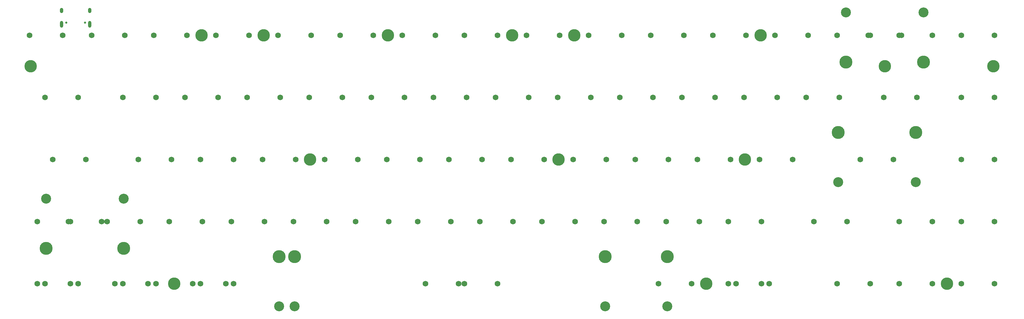
<source format=gbr>
%TF.GenerationSoftware,KiCad,Pcbnew,8.0.6*%
%TF.CreationDate,2024-11-18T06:39:38+07:00*%
%TF.ProjectId,Heart HE 65,48656172-7420-4484-9520-36352e6b6963,rev?*%
%TF.SameCoordinates,Original*%
%TF.FileFunction,Soldermask,Top*%
%TF.FilePolarity,Negative*%
%FSLAX46Y46*%
G04 Gerber Fmt 4.6, Leading zero omitted, Abs format (unit mm)*
G04 Created by KiCad (PCBNEW 8.0.6) date 2024-11-18 06:39:38*
%MOMM*%
%LPD*%
G01*
G04 APERTURE LIST*
%ADD10C,3.800000*%
%ADD11C,1.750000*%
%ADD12C,3.987800*%
%ADD13C,3.048000*%
%ADD14C,0.650000*%
%ADD15O,1.000000X1.600000*%
%ADD16O,1.000000X2.100000*%
G04 APERTURE END LIST*
D10*
%TO.C,H11*%
X219075000Y0D03*
%TD*%
%TO.C,H13*%
X214312500Y-38100000D03*
%TD*%
%TO.C,H16*%
X290512500Y-9525000D03*
%TD*%
%TO.C,H14*%
X39290625Y-76200000D03*
%TD*%
%TO.C,H10*%
X161925000Y0D03*
%TD*%
%TO.C,H4*%
X80962500Y-38100000D03*
%TD*%
%TO.C,H18*%
X257175000Y-9525000D03*
%TD*%
%TO.C,H12*%
X-4762500Y-9525000D03*
%TD*%
%TO.C,H8*%
X142875000Y0D03*
%TD*%
%TO.C,H17*%
X276225000Y-76200000D03*
%TD*%
%TO.C,H9*%
X104775000Y0D03*
%TD*%
%TO.C,H15*%
X202406250Y-76200000D03*
%TD*%
%TO.C,H5*%
X66675000Y0D03*
%TD*%
%TO.C,H3*%
X47625000Y0D03*
%TD*%
%TO.C,H7*%
X157162500Y-38100000D03*
%TD*%
D11*
%TO.C,U25*%
X47942499Y-57150000D03*
X37782501Y-57150000D03*
%TD*%
%TO.C,U23*%
X52704999Y-19050000D03*
X42545001Y-19050000D03*
%TD*%
%TO.C,U30*%
X76517499Y-38100000D03*
X66357501Y-38100000D03*
%TD*%
%TO.C,U66*%
X190817499Y-38100000D03*
X180657501Y-38100000D03*
%TD*%
%TO.C,U75*%
X7461250Y-57150000D03*
X-2698750Y-57150000D03*
%TD*%
%TO.C,U72*%
X209867499Y-38100000D03*
X199707501Y-38100000D03*
%TD*%
%TO.C,U79*%
X219392499Y-57150000D03*
X209232501Y-57150000D03*
%TD*%
%TO.C,U55*%
X143192499Y-57150000D03*
X133032501Y-57150000D03*
%TD*%
%TO.C,U82*%
X233679999Y0D03*
X223520001Y0D03*
%TD*%
%TO.C,U77*%
X224154999Y-19050000D03*
X213995001Y-19050000D03*
%TD*%
%TO.C,U58*%
X157479999Y0D03*
X147320001Y0D03*
%TD*%
%TO.C,U31*%
X66992499Y-57150000D03*
X56832501Y-57150000D03*
%TD*%
%TO.C,U89*%
X267017500Y-19050000D03*
X256857500Y-19050000D03*
%TD*%
%TO.C,U92*%
X252729999Y-76200000D03*
X242570001Y-76200000D03*
%TD*%
%TO.C,U37*%
X86042499Y-57150000D03*
X75882501Y-57150000D03*
%TD*%
%TO.C,U18*%
X38417499Y-38100000D03*
X28257501Y-38100000D03*
%TD*%
%TO.C,U65*%
X186054999Y-19050000D03*
X175895001Y-19050000D03*
%TD*%
%TO.C,U10*%
X5079999Y0D03*
X-5079999Y0D03*
%TD*%
%TO.C,U26*%
X55086250Y-76200000D03*
X44926250Y-76200000D03*
%TD*%
%TO.C,U12*%
X12223750Y-38100000D03*
X2063750Y-38100000D03*
%TD*%
%TO.C,U83*%
X243204999Y-19050000D03*
X233045001Y-19050000D03*
%TD*%
%TO.C,U101*%
X290829999Y-19050000D03*
X280670001Y-19050000D03*
%TD*%
D12*
%TO.C,U33*%
X23812500Y-65405000D03*
D13*
X23812500Y-50165000D03*
D11*
X16986250Y-57150000D03*
X6826250Y-57150000D03*
D12*
X0Y-65405000D03*
D13*
X0Y-50165000D03*
%TD*%
D11*
%TO.C,U104*%
X290829999Y-76200000D03*
X280670001Y-76200000D03*
%TD*%
%TO.C,U17*%
X33654999Y-19050000D03*
X23495001Y-19050000D03*
%TD*%
%TO.C,U102*%
X290829999Y-38100000D03*
X280670001Y-38100000D03*
%TD*%
D12*
%TO.C,U3*%
X269081250Y-8255000D03*
D13*
X269081250Y6985000D03*
D11*
X262255000Y0D03*
X252095000Y0D03*
D12*
X245268750Y-8255000D03*
D13*
X245268750Y6985000D03*
%TD*%
D11*
%TO.C,U34*%
X81279999Y0D03*
X71120001Y0D03*
%TD*%
%TO.C,U35*%
X90804999Y-19050000D03*
X80645001Y-19050000D03*
%TD*%
%TO.C,U6*%
X57467500Y-76200000D03*
X47307500Y-76200000D03*
%TD*%
%TO.C,U36*%
X95567499Y-38100000D03*
X85407501Y-38100000D03*
%TD*%
%TO.C,U70*%
X195579999Y0D03*
X185420001Y0D03*
%TD*%
%TO.C,U8*%
X219392500Y-76200000D03*
X209232500Y-76200000D03*
%TD*%
%TO.C,U43*%
X105092499Y-57150000D03*
X94932501Y-57150000D03*
%TD*%
%TO.C,U15*%
X197961250Y-76200000D03*
X187801250Y-76200000D03*
%TD*%
%TO.C,U103*%
X290829999Y-57150000D03*
X280670001Y-57150000D03*
%TD*%
%TO.C,U52*%
X138429999Y0D03*
X128270001Y0D03*
%TD*%
%TO.C,U97*%
X271779999Y-57150000D03*
X261620001Y-57150000D03*
%TD*%
%TO.C,U22*%
X43179999Y0D03*
X33020001Y0D03*
%TD*%
%TO.C,U5*%
X33655000Y-76200000D03*
X23495000Y-76200000D03*
%TD*%
%TO.C,U67*%
X181292499Y-57150000D03*
X171132501Y-57150000D03*
%TD*%
%TO.C,U54*%
X152717499Y-38100000D03*
X142557501Y-38100000D03*
%TD*%
%TO.C,U53*%
X147954999Y-19050000D03*
X137795001Y-19050000D03*
%TD*%
%TO.C,U29*%
X71754999Y-19050000D03*
X61595001Y-19050000D03*
%TD*%
%TO.C,U14*%
X7461250Y-76200000D03*
X-2698750Y-76200000D03*
%TD*%
%TO.C,U40*%
X100329999Y0D03*
X90170001Y0D03*
%TD*%
%TO.C,U47*%
X128904999Y-19050000D03*
X118745001Y-19050000D03*
%TD*%
%TO.C,U71*%
X205104999Y-19050000D03*
X194945001Y-19050000D03*
%TD*%
%TO.C,U80*%
X28892499Y-57150000D03*
X18732501Y-57150000D03*
%TD*%
D14*
%TO.C,USB1*%
X6160000Y3931000D03*
X11940000Y3931000D03*
D15*
X4730000Y7581000D03*
D16*
X4730000Y3401000D03*
D15*
X13370000Y7581000D03*
D16*
X13370000Y3401000D03*
%TD*%
D11*
%TO.C,U100*%
X290829999Y0D03*
X280670001Y0D03*
%TD*%
%TO.C,U28*%
X62229999Y0D03*
X52070001Y0D03*
%TD*%
%TO.C,U94*%
X271779999Y0D03*
X261620001Y0D03*
%TD*%
%TO.C,U42*%
X114617499Y-38100000D03*
X104457501Y-38100000D03*
%TD*%
%TO.C,U4*%
X9842500Y-76200000D03*
X-317500Y-76200000D03*
%TD*%
%TO.C,U91*%
X245586250Y-57150000D03*
X235426250Y-57150000D03*
%TD*%
%TO.C,U11*%
X9842500Y-19050000D03*
X-317500Y-19050000D03*
%TD*%
%TO.C,U73*%
X200342499Y-57150000D03*
X190182501Y-57150000D03*
%TD*%
D12*
%TO.C,U84*%
X266700001Y-29845000D03*
D13*
X266700000Y-45085000D03*
D11*
X259873749Y-38100000D03*
X249713751Y-38100000D03*
D13*
X242887500Y-45085000D03*
D12*
X242887499Y-29845000D03*
%TD*%
D11*
%TO.C,U41*%
X109854999Y-19050000D03*
X99695001Y-19050000D03*
%TD*%
%TO.C,U48*%
X133667499Y-38100000D03*
X123507501Y-38100000D03*
%TD*%
%TO.C,U60*%
X171767499Y-38100000D03*
X161607501Y-38100000D03*
%TD*%
%TO.C,U64*%
X176529999Y0D03*
X166370001Y0D03*
%TD*%
D13*
%TO.C,U7*%
X190500000Y-83185000D03*
D12*
X190500000Y-67945000D03*
D11*
X138430000Y-76200000D03*
X128270000Y-76200000D03*
D13*
X76200000Y-83185000D03*
D12*
X76200000Y-67945000D03*
%TD*%
D11*
%TO.C,U59*%
X167004999Y-19050000D03*
X156845001Y-19050000D03*
%TD*%
%TO.C,U78*%
X228917499Y-38100000D03*
X218757501Y-38100000D03*
%TD*%
%TO.C,U16*%
X24129999Y0D03*
X13970001Y0D03*
%TD*%
%TO.C,U88*%
X252729999Y0D03*
X242570001Y0D03*
%TD*%
%TO.C,U49*%
X124142499Y-57150000D03*
X113982501Y-57150000D03*
%TD*%
%TO.C,U20*%
X31273750Y-76200000D03*
X21113750Y-76200000D03*
%TD*%
%TO.C,U61*%
X162242499Y-57150000D03*
X152082501Y-57150000D03*
%TD*%
D13*
%TO.C,U44*%
X171443650Y-83185000D03*
D12*
X171443650Y-67945000D03*
D11*
X126523750Y-76200000D03*
X116363750Y-76200000D03*
D13*
X71443850Y-83185000D03*
D12*
X71443850Y-67945000D03*
%TD*%
D11*
%TO.C,U46*%
X119379999Y0D03*
X109220001Y0D03*
%TD*%
%TO.C,U76*%
X214629999Y0D03*
X204470001Y0D03*
%TD*%
%TO.C,U98*%
X271779999Y-76200000D03*
X261620001Y-76200000D03*
%TD*%
%TO.C,U21*%
X221773750Y-76200000D03*
X211613750Y-76200000D03*
%TD*%
%TO.C,U24*%
X57467499Y-38100000D03*
X47307501Y-38100000D03*
%TD*%
M02*

</source>
